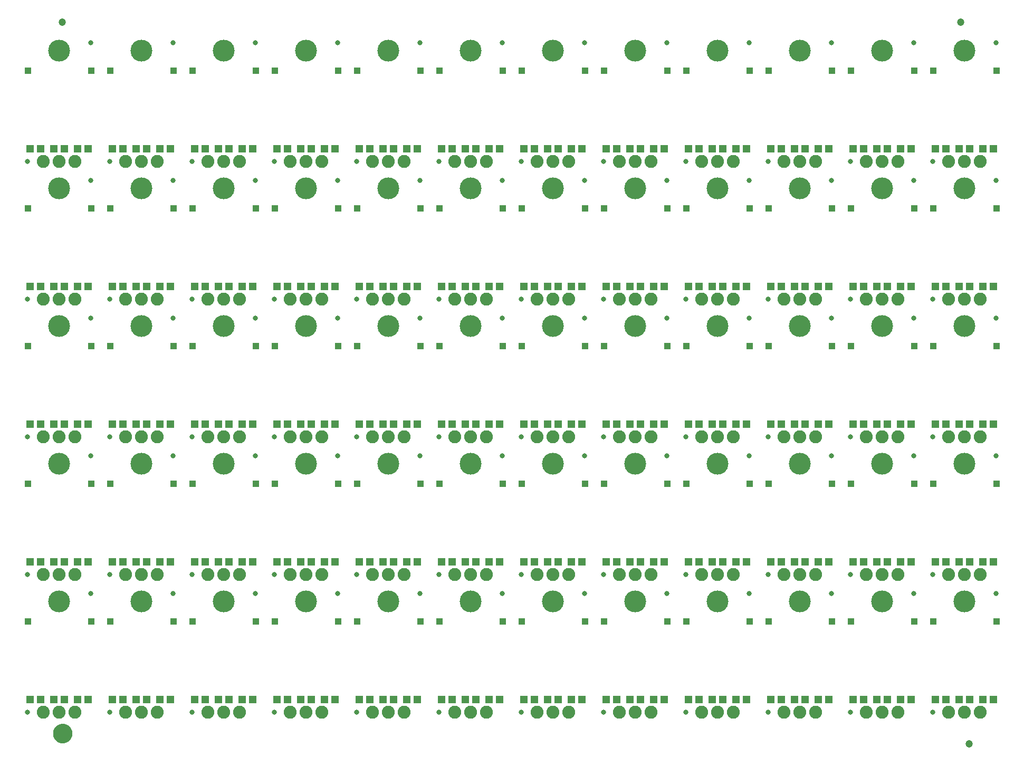
<source format=gts>
G04 EAGLE Gerber RS-274X export*
G75*
%MOMM*%
%FSLAX34Y34*%
%LPD*%
%INSoldermask Top*%
%IPPOS*%
%AMOC8*
5,1,8,0,0,1.08239X$1,22.5*%
G01*
%ADD10R,1.079500X1.079500*%
%ADD11C,0.838200*%
%ADD12R,1.303200X1.203200*%
%ADD13C,2.082800*%
%ADD14C,3.505200*%
%ADD15C,1.203200*%
%ADD16C,1.270000*%
%ADD17C,1.703200*%


D10*
X13018Y158433D03*
X114618Y158433D03*
X145098Y158433D03*
X246698Y158433D03*
X277178Y158433D03*
X378778Y158433D03*
X409258Y158433D03*
X510858Y158433D03*
X541338Y158433D03*
X642938Y158433D03*
X673418Y158433D03*
X775018Y158433D03*
X805498Y158433D03*
X907098Y158433D03*
X937578Y158433D03*
X1039178Y158433D03*
X1069658Y158433D03*
X1171258Y158433D03*
X1201738Y158433D03*
X1303338Y158433D03*
X1333818Y158433D03*
X1435418Y158433D03*
X1465898Y158433D03*
X1567498Y158433D03*
X13018Y379413D03*
X114618Y379413D03*
X145098Y379413D03*
X246698Y379413D03*
X277178Y379413D03*
X378778Y379413D03*
X409258Y379413D03*
X510858Y379413D03*
X541338Y379413D03*
X642938Y379413D03*
X673418Y379413D03*
X775018Y379413D03*
X805498Y379413D03*
X907098Y379413D03*
X937578Y379413D03*
X1039178Y379413D03*
X1069658Y379413D03*
X1171258Y379413D03*
X1201738Y379413D03*
X1303338Y379413D03*
X1333818Y379413D03*
X1435418Y379413D03*
X1465898Y379413D03*
X1567498Y379413D03*
X13018Y600393D03*
X114618Y600393D03*
X145098Y600393D03*
X246698Y600393D03*
X277178Y600393D03*
X378778Y600393D03*
X409258Y600393D03*
X510858Y600393D03*
X541338Y600393D03*
X642938Y600393D03*
X673418Y600393D03*
X775018Y600393D03*
X805498Y600393D03*
X907098Y600393D03*
X937578Y600393D03*
X1039178Y600393D03*
X1069658Y600393D03*
X1171258Y600393D03*
X1201738Y600393D03*
X1303338Y600393D03*
X1333818Y600393D03*
X1435418Y600393D03*
X1465898Y600393D03*
X1567498Y600393D03*
X13018Y821373D03*
X114618Y821373D03*
X145098Y821373D03*
X246698Y821373D03*
X277178Y821373D03*
X378778Y821373D03*
X409258Y821373D03*
X510858Y821373D03*
X541338Y821373D03*
X642938Y821373D03*
X673418Y821373D03*
X775018Y821373D03*
X805498Y821373D03*
X907098Y821373D03*
X937578Y821373D03*
X1039178Y821373D03*
X1069658Y821373D03*
X1171258Y821373D03*
X1201738Y821373D03*
X1303338Y821373D03*
X1333818Y821373D03*
X1435418Y821373D03*
X1465898Y821373D03*
X1567498Y821373D03*
X13018Y1042353D03*
X114618Y1042353D03*
X145098Y1042353D03*
X246698Y1042353D03*
X277178Y1042353D03*
X378778Y1042353D03*
X409258Y1042353D03*
X510858Y1042353D03*
X541338Y1042353D03*
X642938Y1042353D03*
X673418Y1042353D03*
X775018Y1042353D03*
X805498Y1042353D03*
X907098Y1042353D03*
X937578Y1042353D03*
X1039178Y1042353D03*
X1069658Y1042353D03*
X1171258Y1042353D03*
X1201738Y1042353D03*
X1303338Y1042353D03*
X1333818Y1042353D03*
X1435418Y1042353D03*
X1465898Y1042353D03*
X1567498Y1042353D03*
D11*
X12700Y12700D03*
X114300Y203200D03*
D12*
X16900Y33020D03*
X33900Y33020D03*
D13*
X38100Y12700D03*
X63500Y12700D03*
X88900Y12700D03*
D12*
X110100Y33020D03*
X93100Y33020D03*
X72000Y33020D03*
X55000Y33020D03*
D14*
X63500Y190500D03*
D11*
X144780Y12700D03*
X246380Y203200D03*
D12*
X148980Y33020D03*
X165980Y33020D03*
D13*
X170180Y12700D03*
X195580Y12700D03*
X220980Y12700D03*
D12*
X242180Y33020D03*
X225180Y33020D03*
X204080Y33020D03*
X187080Y33020D03*
D14*
X195580Y190500D03*
D11*
X276860Y12700D03*
X378460Y203200D03*
D12*
X281060Y33020D03*
X298060Y33020D03*
D13*
X302260Y12700D03*
X327660Y12700D03*
X353060Y12700D03*
D12*
X374260Y33020D03*
X357260Y33020D03*
X336160Y33020D03*
X319160Y33020D03*
D14*
X327660Y190500D03*
D11*
X408940Y12700D03*
X510540Y203200D03*
D12*
X413140Y33020D03*
X430140Y33020D03*
D13*
X434340Y12700D03*
X459740Y12700D03*
X485140Y12700D03*
D12*
X506340Y33020D03*
X489340Y33020D03*
X468240Y33020D03*
X451240Y33020D03*
D14*
X459740Y190500D03*
D11*
X541020Y12700D03*
X642620Y203200D03*
D12*
X545220Y33020D03*
X562220Y33020D03*
D13*
X566420Y12700D03*
X591820Y12700D03*
X617220Y12700D03*
D12*
X638420Y33020D03*
X621420Y33020D03*
X600320Y33020D03*
X583320Y33020D03*
D14*
X591820Y190500D03*
D11*
X673100Y12700D03*
X774700Y203200D03*
D12*
X677300Y33020D03*
X694300Y33020D03*
D13*
X698500Y12700D03*
X723900Y12700D03*
X749300Y12700D03*
D12*
X770500Y33020D03*
X753500Y33020D03*
X732400Y33020D03*
X715400Y33020D03*
D14*
X723900Y190500D03*
D11*
X805180Y12700D03*
X906780Y203200D03*
D12*
X809380Y33020D03*
X826380Y33020D03*
D13*
X830580Y12700D03*
X855980Y12700D03*
X881380Y12700D03*
D12*
X902580Y33020D03*
X885580Y33020D03*
X864480Y33020D03*
X847480Y33020D03*
D14*
X855980Y190500D03*
D11*
X937260Y12700D03*
X1038860Y203200D03*
D12*
X941460Y33020D03*
X958460Y33020D03*
D13*
X962660Y12700D03*
X988060Y12700D03*
X1013460Y12700D03*
D12*
X1034660Y33020D03*
X1017660Y33020D03*
X996560Y33020D03*
X979560Y33020D03*
D14*
X988060Y190500D03*
D11*
X1069340Y12700D03*
X1170940Y203200D03*
D12*
X1073540Y33020D03*
X1090540Y33020D03*
D13*
X1094740Y12700D03*
X1120140Y12700D03*
X1145540Y12700D03*
D12*
X1166740Y33020D03*
X1149740Y33020D03*
X1128640Y33020D03*
X1111640Y33020D03*
D14*
X1120140Y190500D03*
D11*
X1201420Y12700D03*
X1303020Y203200D03*
D12*
X1205620Y33020D03*
X1222620Y33020D03*
D13*
X1226820Y12700D03*
X1252220Y12700D03*
X1277620Y12700D03*
D12*
X1298820Y33020D03*
X1281820Y33020D03*
X1260720Y33020D03*
X1243720Y33020D03*
D14*
X1252220Y190500D03*
D11*
X1333500Y12700D03*
X1435100Y203200D03*
D12*
X1337700Y33020D03*
X1354700Y33020D03*
D13*
X1358900Y12700D03*
X1384300Y12700D03*
X1409700Y12700D03*
D12*
X1430900Y33020D03*
X1413900Y33020D03*
X1392800Y33020D03*
X1375800Y33020D03*
D14*
X1384300Y190500D03*
D11*
X1465580Y12700D03*
X1567180Y203200D03*
D12*
X1469780Y33020D03*
X1486780Y33020D03*
D13*
X1490980Y12700D03*
X1516380Y12700D03*
X1541780Y12700D03*
D12*
X1562980Y33020D03*
X1545980Y33020D03*
X1524880Y33020D03*
X1507880Y33020D03*
D14*
X1516380Y190500D03*
D11*
X12700Y233680D03*
X114300Y424180D03*
D12*
X16900Y254000D03*
X33900Y254000D03*
D13*
X38100Y233680D03*
X63500Y233680D03*
X88900Y233680D03*
D12*
X110100Y254000D03*
X93100Y254000D03*
X72000Y254000D03*
X55000Y254000D03*
D14*
X63500Y411480D03*
D11*
X144780Y233680D03*
X246380Y424180D03*
D12*
X148980Y254000D03*
X165980Y254000D03*
D13*
X170180Y233680D03*
X195580Y233680D03*
X220980Y233680D03*
D12*
X242180Y254000D03*
X225180Y254000D03*
X204080Y254000D03*
X187080Y254000D03*
D14*
X195580Y411480D03*
D11*
X276860Y233680D03*
X378460Y424180D03*
D12*
X281060Y254000D03*
X298060Y254000D03*
D13*
X302260Y233680D03*
X327660Y233680D03*
X353060Y233680D03*
D12*
X374260Y254000D03*
X357260Y254000D03*
X336160Y254000D03*
X319160Y254000D03*
D14*
X327660Y411480D03*
D11*
X408940Y233680D03*
X510540Y424180D03*
D12*
X413140Y254000D03*
X430140Y254000D03*
D13*
X434340Y233680D03*
X459740Y233680D03*
X485140Y233680D03*
D12*
X506340Y254000D03*
X489340Y254000D03*
X468240Y254000D03*
X451240Y254000D03*
D14*
X459740Y411480D03*
D11*
X541020Y233680D03*
X642620Y424180D03*
D12*
X545220Y254000D03*
X562220Y254000D03*
D13*
X566420Y233680D03*
X591820Y233680D03*
X617220Y233680D03*
D12*
X638420Y254000D03*
X621420Y254000D03*
X600320Y254000D03*
X583320Y254000D03*
D14*
X591820Y411480D03*
D11*
X673100Y233680D03*
X774700Y424180D03*
D12*
X677300Y254000D03*
X694300Y254000D03*
D13*
X698500Y233680D03*
X723900Y233680D03*
X749300Y233680D03*
D12*
X770500Y254000D03*
X753500Y254000D03*
X732400Y254000D03*
X715400Y254000D03*
D14*
X723900Y411480D03*
D11*
X805180Y233680D03*
X906780Y424180D03*
D12*
X809380Y254000D03*
X826380Y254000D03*
D13*
X830580Y233680D03*
X855980Y233680D03*
X881380Y233680D03*
D12*
X902580Y254000D03*
X885580Y254000D03*
X864480Y254000D03*
X847480Y254000D03*
D14*
X855980Y411480D03*
D11*
X937260Y233680D03*
X1038860Y424180D03*
D12*
X941460Y254000D03*
X958460Y254000D03*
D13*
X962660Y233680D03*
X988060Y233680D03*
X1013460Y233680D03*
D12*
X1034660Y254000D03*
X1017660Y254000D03*
X996560Y254000D03*
X979560Y254000D03*
D14*
X988060Y411480D03*
D11*
X1069340Y233680D03*
X1170940Y424180D03*
D12*
X1073540Y254000D03*
X1090540Y254000D03*
D13*
X1094740Y233680D03*
X1120140Y233680D03*
X1145540Y233680D03*
D12*
X1166740Y254000D03*
X1149740Y254000D03*
X1128640Y254000D03*
X1111640Y254000D03*
D14*
X1120140Y411480D03*
D11*
X1201420Y233680D03*
X1303020Y424180D03*
D12*
X1205620Y254000D03*
X1222620Y254000D03*
D13*
X1226820Y233680D03*
X1252220Y233680D03*
X1277620Y233680D03*
D12*
X1298820Y254000D03*
X1281820Y254000D03*
X1260720Y254000D03*
X1243720Y254000D03*
D14*
X1252220Y411480D03*
D11*
X1333500Y233680D03*
X1435100Y424180D03*
D12*
X1337700Y254000D03*
X1354700Y254000D03*
D13*
X1358900Y233680D03*
X1384300Y233680D03*
X1409700Y233680D03*
D12*
X1430900Y254000D03*
X1413900Y254000D03*
X1392800Y254000D03*
X1375800Y254000D03*
D14*
X1384300Y411480D03*
D11*
X1465580Y233680D03*
X1567180Y424180D03*
D12*
X1469780Y254000D03*
X1486780Y254000D03*
D13*
X1490980Y233680D03*
X1516380Y233680D03*
X1541780Y233680D03*
D12*
X1562980Y254000D03*
X1545980Y254000D03*
X1524880Y254000D03*
X1507880Y254000D03*
D14*
X1516380Y411480D03*
D11*
X12700Y454660D03*
X114300Y645160D03*
D12*
X16900Y474980D03*
X33900Y474980D03*
D13*
X38100Y454660D03*
X63500Y454660D03*
X88900Y454660D03*
D12*
X110100Y474980D03*
X93100Y474980D03*
X72000Y474980D03*
X55000Y474980D03*
D14*
X63500Y632460D03*
D11*
X144780Y454660D03*
X246380Y645160D03*
D12*
X148980Y474980D03*
X165980Y474980D03*
D13*
X170180Y454660D03*
X195580Y454660D03*
X220980Y454660D03*
D12*
X242180Y474980D03*
X225180Y474980D03*
X204080Y474980D03*
X187080Y474980D03*
D14*
X195580Y632460D03*
D11*
X276860Y454660D03*
X378460Y645160D03*
D12*
X281060Y474980D03*
X298060Y474980D03*
D13*
X302260Y454660D03*
X327660Y454660D03*
X353060Y454660D03*
D12*
X374260Y474980D03*
X357260Y474980D03*
X336160Y474980D03*
X319160Y474980D03*
D14*
X327660Y632460D03*
D11*
X408940Y454660D03*
X510540Y645160D03*
D12*
X413140Y474980D03*
X430140Y474980D03*
D13*
X434340Y454660D03*
X459740Y454660D03*
X485140Y454660D03*
D12*
X506340Y474980D03*
X489340Y474980D03*
X468240Y474980D03*
X451240Y474980D03*
D14*
X459740Y632460D03*
D11*
X541020Y454660D03*
X642620Y645160D03*
D12*
X545220Y474980D03*
X562220Y474980D03*
D13*
X566420Y454660D03*
X591820Y454660D03*
X617220Y454660D03*
D12*
X638420Y474980D03*
X621420Y474980D03*
X600320Y474980D03*
X583320Y474980D03*
D14*
X591820Y632460D03*
D11*
X673100Y454660D03*
X774700Y645160D03*
D12*
X677300Y474980D03*
X694300Y474980D03*
D13*
X698500Y454660D03*
X723900Y454660D03*
X749300Y454660D03*
D12*
X770500Y474980D03*
X753500Y474980D03*
X732400Y474980D03*
X715400Y474980D03*
D14*
X723900Y632460D03*
D11*
X805180Y454660D03*
X906780Y645160D03*
D12*
X809380Y474980D03*
X826380Y474980D03*
D13*
X830580Y454660D03*
X855980Y454660D03*
X881380Y454660D03*
D12*
X902580Y474980D03*
X885580Y474980D03*
X864480Y474980D03*
X847480Y474980D03*
D14*
X855980Y632460D03*
D11*
X937260Y454660D03*
X1038860Y645160D03*
D12*
X941460Y474980D03*
X958460Y474980D03*
D13*
X962660Y454660D03*
X988060Y454660D03*
X1013460Y454660D03*
D12*
X1034660Y474980D03*
X1017660Y474980D03*
X996560Y474980D03*
X979560Y474980D03*
D14*
X988060Y632460D03*
D11*
X1069340Y454660D03*
X1170940Y645160D03*
D12*
X1073540Y474980D03*
X1090540Y474980D03*
D13*
X1094740Y454660D03*
X1120140Y454660D03*
X1145540Y454660D03*
D12*
X1166740Y474980D03*
X1149740Y474980D03*
X1128640Y474980D03*
X1111640Y474980D03*
D14*
X1120140Y632460D03*
D11*
X1201420Y454660D03*
X1303020Y645160D03*
D12*
X1205620Y474980D03*
X1222620Y474980D03*
D13*
X1226820Y454660D03*
X1252220Y454660D03*
X1277620Y454660D03*
D12*
X1298820Y474980D03*
X1281820Y474980D03*
X1260720Y474980D03*
X1243720Y474980D03*
D14*
X1252220Y632460D03*
D11*
X1333500Y454660D03*
X1435100Y645160D03*
D12*
X1337700Y474980D03*
X1354700Y474980D03*
D13*
X1358900Y454660D03*
X1384300Y454660D03*
X1409700Y454660D03*
D12*
X1430900Y474980D03*
X1413900Y474980D03*
X1392800Y474980D03*
X1375800Y474980D03*
D14*
X1384300Y632460D03*
D11*
X1465580Y454660D03*
X1567180Y645160D03*
D12*
X1469780Y474980D03*
X1486780Y474980D03*
D13*
X1490980Y454660D03*
X1516380Y454660D03*
X1541780Y454660D03*
D12*
X1562980Y474980D03*
X1545980Y474980D03*
X1524880Y474980D03*
X1507880Y474980D03*
D14*
X1516380Y632460D03*
D11*
X12700Y675640D03*
X114300Y866140D03*
D12*
X16900Y695960D03*
X33900Y695960D03*
D13*
X38100Y675640D03*
X63500Y675640D03*
X88900Y675640D03*
D12*
X110100Y695960D03*
X93100Y695960D03*
X72000Y695960D03*
X55000Y695960D03*
D14*
X63500Y853440D03*
D11*
X144780Y675640D03*
X246380Y866140D03*
D12*
X148980Y695960D03*
X165980Y695960D03*
D13*
X170180Y675640D03*
X195580Y675640D03*
X220980Y675640D03*
D12*
X242180Y695960D03*
X225180Y695960D03*
X204080Y695960D03*
X187080Y695960D03*
D14*
X195580Y853440D03*
D11*
X276860Y675640D03*
X378460Y866140D03*
D12*
X281060Y695960D03*
X298060Y695960D03*
D13*
X302260Y675640D03*
X327660Y675640D03*
X353060Y675640D03*
D12*
X374260Y695960D03*
X357260Y695960D03*
X336160Y695960D03*
X319160Y695960D03*
D14*
X327660Y853440D03*
D11*
X408940Y675640D03*
X510540Y866140D03*
D12*
X413140Y695960D03*
X430140Y695960D03*
D13*
X434340Y675640D03*
X459740Y675640D03*
X485140Y675640D03*
D12*
X506340Y695960D03*
X489340Y695960D03*
X468240Y695960D03*
X451240Y695960D03*
D14*
X459740Y853440D03*
D11*
X541020Y675640D03*
X642620Y866140D03*
D12*
X545220Y695960D03*
X562220Y695960D03*
D13*
X566420Y675640D03*
X591820Y675640D03*
X617220Y675640D03*
D12*
X638420Y695960D03*
X621420Y695960D03*
X600320Y695960D03*
X583320Y695960D03*
D14*
X591820Y853440D03*
D11*
X673100Y675640D03*
X774700Y866140D03*
D12*
X677300Y695960D03*
X694300Y695960D03*
D13*
X698500Y675640D03*
X723900Y675640D03*
X749300Y675640D03*
D12*
X770500Y695960D03*
X753500Y695960D03*
X732400Y695960D03*
X715400Y695960D03*
D14*
X723900Y853440D03*
D11*
X805180Y675640D03*
X906780Y866140D03*
D12*
X809380Y695960D03*
X826380Y695960D03*
D13*
X830580Y675640D03*
X855980Y675640D03*
X881380Y675640D03*
D12*
X902580Y695960D03*
X885580Y695960D03*
X864480Y695960D03*
X847480Y695960D03*
D14*
X855980Y853440D03*
D11*
X937260Y675640D03*
X1038860Y866140D03*
D12*
X941460Y695960D03*
X958460Y695960D03*
D13*
X962660Y675640D03*
X988060Y675640D03*
X1013460Y675640D03*
D12*
X1034660Y695960D03*
X1017660Y695960D03*
X996560Y695960D03*
X979560Y695960D03*
D14*
X988060Y853440D03*
D11*
X1069340Y675640D03*
X1170940Y866140D03*
D12*
X1073540Y695960D03*
X1090540Y695960D03*
D13*
X1094740Y675640D03*
X1120140Y675640D03*
X1145540Y675640D03*
D12*
X1166740Y695960D03*
X1149740Y695960D03*
X1128640Y695960D03*
X1111640Y695960D03*
D14*
X1120140Y853440D03*
D11*
X1201420Y675640D03*
X1303020Y866140D03*
D12*
X1205620Y695960D03*
X1222620Y695960D03*
D13*
X1226820Y675640D03*
X1252220Y675640D03*
X1277620Y675640D03*
D12*
X1298820Y695960D03*
X1281820Y695960D03*
X1260720Y695960D03*
X1243720Y695960D03*
D14*
X1252220Y853440D03*
D11*
X1333500Y675640D03*
X1435100Y866140D03*
D12*
X1337700Y695960D03*
X1354700Y695960D03*
D13*
X1358900Y675640D03*
X1384300Y675640D03*
X1409700Y675640D03*
D12*
X1430900Y695960D03*
X1413900Y695960D03*
X1392800Y695960D03*
X1375800Y695960D03*
D14*
X1384300Y853440D03*
D11*
X1465580Y675640D03*
X1567180Y866140D03*
D12*
X1469780Y695960D03*
X1486780Y695960D03*
D13*
X1490980Y675640D03*
X1516380Y675640D03*
X1541780Y675640D03*
D12*
X1562980Y695960D03*
X1545980Y695960D03*
X1524880Y695960D03*
X1507880Y695960D03*
D14*
X1516380Y853440D03*
D11*
X12700Y896620D03*
X114300Y1087120D03*
D12*
X16900Y916940D03*
X33900Y916940D03*
D13*
X38100Y896620D03*
X63500Y896620D03*
X88900Y896620D03*
D12*
X110100Y916940D03*
X93100Y916940D03*
X72000Y916940D03*
X55000Y916940D03*
D14*
X63500Y1074420D03*
D11*
X144780Y896620D03*
X246380Y1087120D03*
D12*
X148980Y916940D03*
X165980Y916940D03*
D13*
X170180Y896620D03*
X195580Y896620D03*
X220980Y896620D03*
D12*
X242180Y916940D03*
X225180Y916940D03*
X204080Y916940D03*
X187080Y916940D03*
D14*
X195580Y1074420D03*
D11*
X276860Y896620D03*
X378460Y1087120D03*
D12*
X281060Y916940D03*
X298060Y916940D03*
D13*
X302260Y896620D03*
X327660Y896620D03*
X353060Y896620D03*
D12*
X374260Y916940D03*
X357260Y916940D03*
X336160Y916940D03*
X319160Y916940D03*
D14*
X327660Y1074420D03*
D11*
X408940Y896620D03*
X510540Y1087120D03*
D12*
X413140Y916940D03*
X430140Y916940D03*
D13*
X434340Y896620D03*
X459740Y896620D03*
X485140Y896620D03*
D12*
X506340Y916940D03*
X489340Y916940D03*
X468240Y916940D03*
X451240Y916940D03*
D14*
X459740Y1074420D03*
D11*
X541020Y896620D03*
X642620Y1087120D03*
D12*
X545220Y916940D03*
X562220Y916940D03*
D13*
X566420Y896620D03*
X591820Y896620D03*
X617220Y896620D03*
D12*
X638420Y916940D03*
X621420Y916940D03*
X600320Y916940D03*
X583320Y916940D03*
D14*
X591820Y1074420D03*
D11*
X673100Y896620D03*
X774700Y1087120D03*
D12*
X677300Y916940D03*
X694300Y916940D03*
D13*
X698500Y896620D03*
X723900Y896620D03*
X749300Y896620D03*
D12*
X770500Y916940D03*
X753500Y916940D03*
X732400Y916940D03*
X715400Y916940D03*
D14*
X723900Y1074420D03*
D11*
X805180Y896620D03*
X906780Y1087120D03*
D12*
X809380Y916940D03*
X826380Y916940D03*
D13*
X830580Y896620D03*
X855980Y896620D03*
X881380Y896620D03*
D12*
X902580Y916940D03*
X885580Y916940D03*
X864480Y916940D03*
X847480Y916940D03*
D14*
X855980Y1074420D03*
D11*
X937260Y896620D03*
X1038860Y1087120D03*
D12*
X941460Y916940D03*
X958460Y916940D03*
D13*
X962660Y896620D03*
X988060Y896620D03*
X1013460Y896620D03*
D12*
X1034660Y916940D03*
X1017660Y916940D03*
X996560Y916940D03*
X979560Y916940D03*
D14*
X988060Y1074420D03*
D11*
X1069340Y896620D03*
X1170940Y1087120D03*
D12*
X1073540Y916940D03*
X1090540Y916940D03*
D13*
X1094740Y896620D03*
X1120140Y896620D03*
X1145540Y896620D03*
D12*
X1166740Y916940D03*
X1149740Y916940D03*
X1128640Y916940D03*
X1111640Y916940D03*
D14*
X1120140Y1074420D03*
D11*
X1201420Y896620D03*
X1303020Y1087120D03*
D12*
X1205620Y916940D03*
X1222620Y916940D03*
D13*
X1226820Y896620D03*
X1252220Y896620D03*
X1277620Y896620D03*
D12*
X1298820Y916940D03*
X1281820Y916940D03*
X1260720Y916940D03*
X1243720Y916940D03*
D14*
X1252220Y1074420D03*
D11*
X1333500Y896620D03*
X1435100Y1087120D03*
D12*
X1337700Y916940D03*
X1354700Y916940D03*
D13*
X1358900Y896620D03*
X1384300Y896620D03*
X1409700Y896620D03*
D12*
X1430900Y916940D03*
X1413900Y916940D03*
X1392800Y916940D03*
X1375800Y916940D03*
D14*
X1384300Y1074420D03*
D11*
X1465580Y896620D03*
X1567180Y1087120D03*
D12*
X1469780Y916940D03*
X1486780Y916940D03*
D13*
X1490980Y896620D03*
X1516380Y896620D03*
X1541780Y896620D03*
D12*
X1562980Y916940D03*
X1545980Y916940D03*
X1524880Y916940D03*
X1507880Y916940D03*
D14*
X1516380Y1074420D03*
D15*
X68580Y1120775D03*
X1510665Y1120775D03*
D16*
X59525Y-20955D02*
X59528Y-20733D01*
X59536Y-20511D01*
X59550Y-20289D01*
X59569Y-20067D01*
X59593Y-19847D01*
X59623Y-19626D01*
X59658Y-19407D01*
X59699Y-19188D01*
X59745Y-18971D01*
X59796Y-18755D01*
X59853Y-18540D01*
X59915Y-18326D01*
X59982Y-18115D01*
X60054Y-17904D01*
X60132Y-17696D01*
X60214Y-17490D01*
X60302Y-17286D01*
X60394Y-17083D01*
X60492Y-16884D01*
X60594Y-16687D01*
X60701Y-16492D01*
X60813Y-16300D01*
X60930Y-16111D01*
X61051Y-15924D01*
X61177Y-15741D01*
X61307Y-15561D01*
X61442Y-15384D01*
X61580Y-15211D01*
X61723Y-15041D01*
X61871Y-14874D01*
X62022Y-14711D01*
X62177Y-14552D01*
X62336Y-14397D01*
X62499Y-14246D01*
X62666Y-14098D01*
X62836Y-13955D01*
X63009Y-13817D01*
X63186Y-13682D01*
X63366Y-13552D01*
X63549Y-13426D01*
X63736Y-13305D01*
X63925Y-13188D01*
X64117Y-13076D01*
X64312Y-12969D01*
X64509Y-12867D01*
X64708Y-12769D01*
X64911Y-12677D01*
X65115Y-12589D01*
X65321Y-12507D01*
X65529Y-12429D01*
X65740Y-12357D01*
X65951Y-12290D01*
X66165Y-12228D01*
X66380Y-12171D01*
X66596Y-12120D01*
X66813Y-12074D01*
X67032Y-12033D01*
X67251Y-11998D01*
X67472Y-11968D01*
X67692Y-11944D01*
X67914Y-11925D01*
X68136Y-11911D01*
X68358Y-11903D01*
X68580Y-11900D01*
X68802Y-11903D01*
X69024Y-11911D01*
X69246Y-11925D01*
X69468Y-11944D01*
X69688Y-11968D01*
X69909Y-11998D01*
X70128Y-12033D01*
X70347Y-12074D01*
X70564Y-12120D01*
X70780Y-12171D01*
X70995Y-12228D01*
X71209Y-12290D01*
X71420Y-12357D01*
X71631Y-12429D01*
X71839Y-12507D01*
X72045Y-12589D01*
X72249Y-12677D01*
X72452Y-12769D01*
X72651Y-12867D01*
X72848Y-12969D01*
X73043Y-13076D01*
X73235Y-13188D01*
X73424Y-13305D01*
X73611Y-13426D01*
X73794Y-13552D01*
X73974Y-13682D01*
X74151Y-13817D01*
X74324Y-13955D01*
X74494Y-14098D01*
X74661Y-14246D01*
X74824Y-14397D01*
X74983Y-14552D01*
X75138Y-14711D01*
X75289Y-14874D01*
X75437Y-15041D01*
X75580Y-15211D01*
X75718Y-15384D01*
X75853Y-15561D01*
X75983Y-15741D01*
X76109Y-15924D01*
X76230Y-16111D01*
X76347Y-16300D01*
X76459Y-16492D01*
X76566Y-16687D01*
X76668Y-16884D01*
X76766Y-17083D01*
X76858Y-17286D01*
X76946Y-17490D01*
X77028Y-17696D01*
X77106Y-17904D01*
X77178Y-18115D01*
X77245Y-18326D01*
X77307Y-18540D01*
X77364Y-18755D01*
X77415Y-18971D01*
X77461Y-19188D01*
X77502Y-19407D01*
X77537Y-19626D01*
X77567Y-19847D01*
X77591Y-20067D01*
X77610Y-20289D01*
X77624Y-20511D01*
X77632Y-20733D01*
X77635Y-20955D01*
X77632Y-21177D01*
X77624Y-21399D01*
X77610Y-21621D01*
X77591Y-21843D01*
X77567Y-22063D01*
X77537Y-22284D01*
X77502Y-22503D01*
X77461Y-22722D01*
X77415Y-22939D01*
X77364Y-23155D01*
X77307Y-23370D01*
X77245Y-23584D01*
X77178Y-23795D01*
X77106Y-24006D01*
X77028Y-24214D01*
X76946Y-24420D01*
X76858Y-24624D01*
X76766Y-24827D01*
X76668Y-25026D01*
X76566Y-25223D01*
X76459Y-25418D01*
X76347Y-25610D01*
X76230Y-25799D01*
X76109Y-25986D01*
X75983Y-26169D01*
X75853Y-26349D01*
X75718Y-26526D01*
X75580Y-26699D01*
X75437Y-26869D01*
X75289Y-27036D01*
X75138Y-27199D01*
X74983Y-27358D01*
X74824Y-27513D01*
X74661Y-27664D01*
X74494Y-27812D01*
X74324Y-27955D01*
X74151Y-28093D01*
X73974Y-28228D01*
X73794Y-28358D01*
X73611Y-28484D01*
X73424Y-28605D01*
X73235Y-28722D01*
X73043Y-28834D01*
X72848Y-28941D01*
X72651Y-29043D01*
X72452Y-29141D01*
X72249Y-29233D01*
X72045Y-29321D01*
X71839Y-29403D01*
X71631Y-29481D01*
X71420Y-29553D01*
X71209Y-29620D01*
X70995Y-29682D01*
X70780Y-29739D01*
X70564Y-29790D01*
X70347Y-29836D01*
X70128Y-29877D01*
X69909Y-29912D01*
X69688Y-29942D01*
X69468Y-29966D01*
X69246Y-29985D01*
X69024Y-29999D01*
X68802Y-30007D01*
X68580Y-30010D01*
X68358Y-30007D01*
X68136Y-29999D01*
X67914Y-29985D01*
X67692Y-29966D01*
X67472Y-29942D01*
X67251Y-29912D01*
X67032Y-29877D01*
X66813Y-29836D01*
X66596Y-29790D01*
X66380Y-29739D01*
X66165Y-29682D01*
X65951Y-29620D01*
X65740Y-29553D01*
X65529Y-29481D01*
X65321Y-29403D01*
X65115Y-29321D01*
X64911Y-29233D01*
X64708Y-29141D01*
X64509Y-29043D01*
X64312Y-28941D01*
X64117Y-28834D01*
X63925Y-28722D01*
X63736Y-28605D01*
X63549Y-28484D01*
X63366Y-28358D01*
X63186Y-28228D01*
X63009Y-28093D01*
X62836Y-27955D01*
X62666Y-27812D01*
X62499Y-27664D01*
X62336Y-27513D01*
X62177Y-27358D01*
X62022Y-27199D01*
X61871Y-27036D01*
X61723Y-26869D01*
X61580Y-26699D01*
X61442Y-26526D01*
X61307Y-26349D01*
X61177Y-26169D01*
X61051Y-25986D01*
X60930Y-25799D01*
X60813Y-25610D01*
X60701Y-25418D01*
X60594Y-25223D01*
X60492Y-25026D01*
X60394Y-24827D01*
X60302Y-24624D01*
X60214Y-24420D01*
X60132Y-24214D01*
X60054Y-24006D01*
X59982Y-23795D01*
X59915Y-23584D01*
X59853Y-23370D01*
X59796Y-23155D01*
X59745Y-22939D01*
X59699Y-22722D01*
X59658Y-22503D01*
X59623Y-22284D01*
X59593Y-22063D01*
X59569Y-21843D01*
X59550Y-21621D01*
X59536Y-21399D01*
X59528Y-21177D01*
X59525Y-20955D01*
D17*
X68580Y-20955D03*
D15*
X1524000Y-38100D03*
M02*

</source>
